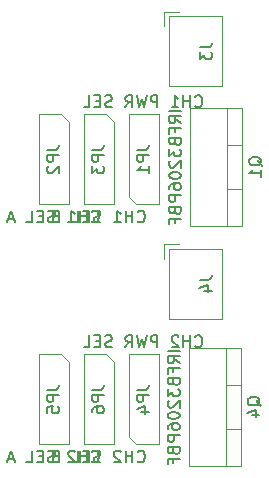
<source format=gbr>
G04 #@! TF.GenerationSoftware,KiCad,Pcbnew,(5.1.9)-1*
G04 #@! TF.CreationDate,2021-11-12T16:09:24-07:00*
G04 #@! TF.ProjectId,ABSIS_Nano_Relay_Module,41425349-535f-44e6-916e-6f5f52656c61,1*
G04 #@! TF.SameCoordinates,Original*
G04 #@! TF.FileFunction,Other,Fab,Bot*
%FSLAX46Y46*%
G04 Gerber Fmt 4.6, Leading zero omitted, Abs format (unit mm)*
G04 Created by KiCad (PCBNEW (5.1.9)-1) date 2021-11-12 16:09:24*
%MOMM*%
%LPD*%
G01*
G04 APERTURE LIST*
%ADD10C,0.100000*%
%ADD11C,0.150000*%
G04 APERTURE END LIST*
D10*
X129260000Y-98255000D02*
X127355000Y-98255000D01*
X127355000Y-98255000D02*
X127355000Y-105875000D01*
X127355000Y-105875000D02*
X129895000Y-105875000D01*
X129895000Y-105875000D02*
X129895000Y-98890000D01*
X129895000Y-98890000D02*
X129260000Y-98255000D01*
X125450000Y-98255000D02*
X123545000Y-98255000D01*
X123545000Y-98255000D02*
X123545000Y-105875000D01*
X123545000Y-105875000D02*
X126085000Y-105875000D01*
X126085000Y-105875000D02*
X126085000Y-98890000D01*
X126085000Y-98890000D02*
X125450000Y-98255000D01*
X129260000Y-77935000D02*
X127355000Y-77935000D01*
X127355000Y-77935000D02*
X127355000Y-85555000D01*
X127355000Y-85555000D02*
X129895000Y-85555000D01*
X129895000Y-85555000D02*
X129895000Y-78570000D01*
X129895000Y-78570000D02*
X129260000Y-77935000D01*
X125450000Y-77935000D02*
X123545000Y-77935000D01*
X123545000Y-77935000D02*
X123545000Y-85555000D01*
X123545000Y-85555000D02*
X126085000Y-85555000D01*
X126085000Y-85555000D02*
X126085000Y-78570000D01*
X126085000Y-78570000D02*
X125450000Y-77935000D01*
X140665000Y-107700000D02*
X136265000Y-107700000D01*
X136265000Y-107700000D02*
X136265000Y-97700000D01*
X136265000Y-97700000D02*
X140665000Y-97700000D01*
X140665000Y-97700000D02*
X140665000Y-107700000D01*
X139395000Y-107700000D02*
X139395000Y-97700000D01*
X140665000Y-104550000D02*
X139395000Y-104550000D01*
X140665000Y-100850000D02*
X139395000Y-100850000D01*
X140792000Y-87380000D02*
X136392000Y-87380000D01*
X136392000Y-87380000D02*
X136392000Y-77380000D01*
X136392000Y-77380000D02*
X140792000Y-77380000D01*
X140792000Y-77380000D02*
X140792000Y-87380000D01*
X139522000Y-87380000D02*
X139522000Y-77380000D01*
X140792000Y-84230000D02*
X139522000Y-84230000D01*
X140792000Y-80530000D02*
X139522000Y-80530000D01*
X131800000Y-105875000D02*
X133705000Y-105875000D01*
X133705000Y-105875000D02*
X133705000Y-98255000D01*
X133705000Y-98255000D02*
X131165000Y-98255000D01*
X131165000Y-98255000D02*
X131165000Y-105240000D01*
X131165000Y-105240000D02*
X131800000Y-105875000D01*
X131800000Y-85555000D02*
X133705000Y-85555000D01*
X133705000Y-85555000D02*
X133705000Y-77935000D01*
X133705000Y-77935000D02*
X131165000Y-77935000D01*
X131165000Y-77935000D02*
X131165000Y-84920000D01*
X131165000Y-84920000D02*
X131800000Y-85555000D01*
X134135000Y-90160000D02*
X134135000Y-88910000D01*
X134135000Y-88910000D02*
X135385000Y-88910000D01*
X134545000Y-89320000D02*
X139045000Y-89320000D01*
X139045000Y-89320000D02*
X139045000Y-95220000D01*
X139045000Y-95220000D02*
X134545000Y-95220000D01*
X134545000Y-95220000D02*
X134545000Y-89320000D01*
X134135000Y-70475000D02*
X134135000Y-69225000D01*
X134135000Y-69225000D02*
X135385000Y-69225000D01*
X134545000Y-69635000D02*
X139045000Y-69635000D01*
X139045000Y-69635000D02*
X139045000Y-75535000D01*
X139045000Y-75535000D02*
X134545000Y-75535000D01*
X134545000Y-75535000D02*
X134545000Y-69635000D01*
D11*
X131910714Y-107292142D02*
X131958333Y-107339761D01*
X132101190Y-107387380D01*
X132196428Y-107387380D01*
X132339285Y-107339761D01*
X132434523Y-107244523D01*
X132482142Y-107149285D01*
X132529761Y-106958809D01*
X132529761Y-106815952D01*
X132482142Y-106625476D01*
X132434523Y-106530238D01*
X132339285Y-106435000D01*
X132196428Y-106387380D01*
X132101190Y-106387380D01*
X131958333Y-106435000D01*
X131910714Y-106482619D01*
X131482142Y-107387380D02*
X131482142Y-106387380D01*
X131482142Y-106863571D02*
X130910714Y-106863571D01*
X130910714Y-107387380D02*
X130910714Y-106387380D01*
X130482142Y-106482619D02*
X130434523Y-106435000D01*
X130339285Y-106387380D01*
X130101190Y-106387380D01*
X130005952Y-106435000D01*
X129958333Y-106482619D01*
X129910714Y-106577857D01*
X129910714Y-106673095D01*
X129958333Y-106815952D01*
X130529761Y-107387380D01*
X129910714Y-107387380D01*
X128767857Y-107339761D02*
X128625000Y-107387380D01*
X128386904Y-107387380D01*
X128291666Y-107339761D01*
X128244047Y-107292142D01*
X128196428Y-107196904D01*
X128196428Y-107101666D01*
X128244047Y-107006428D01*
X128291666Y-106958809D01*
X128386904Y-106911190D01*
X128577380Y-106863571D01*
X128672619Y-106815952D01*
X128720238Y-106768333D01*
X128767857Y-106673095D01*
X128767857Y-106577857D01*
X128720238Y-106482619D01*
X128672619Y-106435000D01*
X128577380Y-106387380D01*
X128339285Y-106387380D01*
X128196428Y-106435000D01*
X127767857Y-106863571D02*
X127434523Y-106863571D01*
X127291666Y-107387380D02*
X127767857Y-107387380D01*
X127767857Y-106387380D01*
X127291666Y-106387380D01*
X126386904Y-107387380D02*
X126863095Y-107387380D01*
X126863095Y-106387380D01*
X124958333Y-106863571D02*
X124815476Y-106911190D01*
X124767857Y-106958809D01*
X124720238Y-107054047D01*
X124720238Y-107196904D01*
X124767857Y-107292142D01*
X124815476Y-107339761D01*
X124910714Y-107387380D01*
X125291666Y-107387380D01*
X125291666Y-106387380D01*
X124958333Y-106387380D01*
X124863095Y-106435000D01*
X124815476Y-106482619D01*
X124767857Y-106577857D01*
X124767857Y-106673095D01*
X124815476Y-106768333D01*
X124863095Y-106815952D01*
X124958333Y-106863571D01*
X125291666Y-106863571D01*
X128077380Y-101231666D02*
X128791666Y-101231666D01*
X128934523Y-101184047D01*
X129029761Y-101088809D01*
X129077380Y-100945952D01*
X129077380Y-100850714D01*
X129077380Y-101707857D02*
X128077380Y-101707857D01*
X128077380Y-102088809D01*
X128125000Y-102184047D01*
X128172619Y-102231666D01*
X128267857Y-102279285D01*
X128410714Y-102279285D01*
X128505952Y-102231666D01*
X128553571Y-102184047D01*
X128601190Y-102088809D01*
X128601190Y-101707857D01*
X128077380Y-103136428D02*
X128077380Y-102945952D01*
X128125000Y-102850714D01*
X128172619Y-102803095D01*
X128315476Y-102707857D01*
X128505952Y-102660238D01*
X128886904Y-102660238D01*
X128982142Y-102707857D01*
X129029761Y-102755476D01*
X129077380Y-102850714D01*
X129077380Y-103041190D01*
X129029761Y-103136428D01*
X128982142Y-103184047D01*
X128886904Y-103231666D01*
X128648809Y-103231666D01*
X128553571Y-103184047D01*
X128505952Y-103136428D01*
X128458333Y-103041190D01*
X128458333Y-102850714D01*
X128505952Y-102755476D01*
X128553571Y-102707857D01*
X128648809Y-102660238D01*
X128029285Y-107292142D02*
X128076904Y-107339761D01*
X128219761Y-107387380D01*
X128315000Y-107387380D01*
X128457857Y-107339761D01*
X128553095Y-107244523D01*
X128600714Y-107149285D01*
X128648333Y-106958809D01*
X128648333Y-106815952D01*
X128600714Y-106625476D01*
X128553095Y-106530238D01*
X128457857Y-106435000D01*
X128315000Y-106387380D01*
X128219761Y-106387380D01*
X128076904Y-106435000D01*
X128029285Y-106482619D01*
X127600714Y-107387380D02*
X127600714Y-106387380D01*
X127600714Y-106863571D02*
X127029285Y-106863571D01*
X127029285Y-107387380D02*
X127029285Y-106387380D01*
X126600714Y-106482619D02*
X126553095Y-106435000D01*
X126457857Y-106387380D01*
X126219761Y-106387380D01*
X126124523Y-106435000D01*
X126076904Y-106482619D01*
X126029285Y-106577857D01*
X126029285Y-106673095D01*
X126076904Y-106815952D01*
X126648333Y-107387380D01*
X126029285Y-107387380D01*
X124886428Y-107339761D02*
X124743571Y-107387380D01*
X124505476Y-107387380D01*
X124410238Y-107339761D01*
X124362619Y-107292142D01*
X124315000Y-107196904D01*
X124315000Y-107101666D01*
X124362619Y-107006428D01*
X124410238Y-106958809D01*
X124505476Y-106911190D01*
X124695952Y-106863571D01*
X124791190Y-106815952D01*
X124838809Y-106768333D01*
X124886428Y-106673095D01*
X124886428Y-106577857D01*
X124838809Y-106482619D01*
X124791190Y-106435000D01*
X124695952Y-106387380D01*
X124457857Y-106387380D01*
X124315000Y-106435000D01*
X123886428Y-106863571D02*
X123553095Y-106863571D01*
X123410238Y-107387380D02*
X123886428Y-107387380D01*
X123886428Y-106387380D01*
X123410238Y-106387380D01*
X122505476Y-107387380D02*
X122981666Y-107387380D01*
X122981666Y-106387380D01*
X121457857Y-107101666D02*
X120981666Y-107101666D01*
X121553095Y-107387380D02*
X121219761Y-106387380D01*
X120886428Y-107387380D01*
X124267380Y-101231666D02*
X124981666Y-101231666D01*
X125124523Y-101184047D01*
X125219761Y-101088809D01*
X125267380Y-100945952D01*
X125267380Y-100850714D01*
X125267380Y-101707857D02*
X124267380Y-101707857D01*
X124267380Y-102088809D01*
X124315000Y-102184047D01*
X124362619Y-102231666D01*
X124457857Y-102279285D01*
X124600714Y-102279285D01*
X124695952Y-102231666D01*
X124743571Y-102184047D01*
X124791190Y-102088809D01*
X124791190Y-101707857D01*
X124267380Y-103184047D02*
X124267380Y-102707857D01*
X124743571Y-102660238D01*
X124695952Y-102707857D01*
X124648333Y-102803095D01*
X124648333Y-103041190D01*
X124695952Y-103136428D01*
X124743571Y-103184047D01*
X124838809Y-103231666D01*
X125076904Y-103231666D01*
X125172142Y-103184047D01*
X125219761Y-103136428D01*
X125267380Y-103041190D01*
X125267380Y-102803095D01*
X125219761Y-102707857D01*
X125172142Y-102660238D01*
X131910714Y-86972142D02*
X131958333Y-87019761D01*
X132101190Y-87067380D01*
X132196428Y-87067380D01*
X132339285Y-87019761D01*
X132434523Y-86924523D01*
X132482142Y-86829285D01*
X132529761Y-86638809D01*
X132529761Y-86495952D01*
X132482142Y-86305476D01*
X132434523Y-86210238D01*
X132339285Y-86115000D01*
X132196428Y-86067380D01*
X132101190Y-86067380D01*
X131958333Y-86115000D01*
X131910714Y-86162619D01*
X131482142Y-87067380D02*
X131482142Y-86067380D01*
X131482142Y-86543571D02*
X130910714Y-86543571D01*
X130910714Y-87067380D02*
X130910714Y-86067380D01*
X129910714Y-87067380D02*
X130482142Y-87067380D01*
X130196428Y-87067380D02*
X130196428Y-86067380D01*
X130291666Y-86210238D01*
X130386904Y-86305476D01*
X130482142Y-86353095D01*
X128767857Y-87019761D02*
X128625000Y-87067380D01*
X128386904Y-87067380D01*
X128291666Y-87019761D01*
X128244047Y-86972142D01*
X128196428Y-86876904D01*
X128196428Y-86781666D01*
X128244047Y-86686428D01*
X128291666Y-86638809D01*
X128386904Y-86591190D01*
X128577380Y-86543571D01*
X128672619Y-86495952D01*
X128720238Y-86448333D01*
X128767857Y-86353095D01*
X128767857Y-86257857D01*
X128720238Y-86162619D01*
X128672619Y-86115000D01*
X128577380Y-86067380D01*
X128339285Y-86067380D01*
X128196428Y-86115000D01*
X127767857Y-86543571D02*
X127434523Y-86543571D01*
X127291666Y-87067380D02*
X127767857Y-87067380D01*
X127767857Y-86067380D01*
X127291666Y-86067380D01*
X126386904Y-87067380D02*
X126863095Y-87067380D01*
X126863095Y-86067380D01*
X124958333Y-86543571D02*
X124815476Y-86591190D01*
X124767857Y-86638809D01*
X124720238Y-86734047D01*
X124720238Y-86876904D01*
X124767857Y-86972142D01*
X124815476Y-87019761D01*
X124910714Y-87067380D01*
X125291666Y-87067380D01*
X125291666Y-86067380D01*
X124958333Y-86067380D01*
X124863095Y-86115000D01*
X124815476Y-86162619D01*
X124767857Y-86257857D01*
X124767857Y-86353095D01*
X124815476Y-86448333D01*
X124863095Y-86495952D01*
X124958333Y-86543571D01*
X125291666Y-86543571D01*
X128077380Y-80911666D02*
X128791666Y-80911666D01*
X128934523Y-80864047D01*
X129029761Y-80768809D01*
X129077380Y-80625952D01*
X129077380Y-80530714D01*
X129077380Y-81387857D02*
X128077380Y-81387857D01*
X128077380Y-81768809D01*
X128125000Y-81864047D01*
X128172619Y-81911666D01*
X128267857Y-81959285D01*
X128410714Y-81959285D01*
X128505952Y-81911666D01*
X128553571Y-81864047D01*
X128601190Y-81768809D01*
X128601190Y-81387857D01*
X128077380Y-82292619D02*
X128077380Y-82911666D01*
X128458333Y-82578333D01*
X128458333Y-82721190D01*
X128505952Y-82816428D01*
X128553571Y-82864047D01*
X128648809Y-82911666D01*
X128886904Y-82911666D01*
X128982142Y-82864047D01*
X129029761Y-82816428D01*
X129077380Y-82721190D01*
X129077380Y-82435476D01*
X129029761Y-82340238D01*
X128982142Y-82292619D01*
X128029285Y-86972142D02*
X128076904Y-87019761D01*
X128219761Y-87067380D01*
X128315000Y-87067380D01*
X128457857Y-87019761D01*
X128553095Y-86924523D01*
X128600714Y-86829285D01*
X128648333Y-86638809D01*
X128648333Y-86495952D01*
X128600714Y-86305476D01*
X128553095Y-86210238D01*
X128457857Y-86115000D01*
X128315000Y-86067380D01*
X128219761Y-86067380D01*
X128076904Y-86115000D01*
X128029285Y-86162619D01*
X127600714Y-87067380D02*
X127600714Y-86067380D01*
X127600714Y-86543571D02*
X127029285Y-86543571D01*
X127029285Y-87067380D02*
X127029285Y-86067380D01*
X126029285Y-87067380D02*
X126600714Y-87067380D01*
X126315000Y-87067380D02*
X126315000Y-86067380D01*
X126410238Y-86210238D01*
X126505476Y-86305476D01*
X126600714Y-86353095D01*
X124886428Y-87019761D02*
X124743571Y-87067380D01*
X124505476Y-87067380D01*
X124410238Y-87019761D01*
X124362619Y-86972142D01*
X124315000Y-86876904D01*
X124315000Y-86781666D01*
X124362619Y-86686428D01*
X124410238Y-86638809D01*
X124505476Y-86591190D01*
X124695952Y-86543571D01*
X124791190Y-86495952D01*
X124838809Y-86448333D01*
X124886428Y-86353095D01*
X124886428Y-86257857D01*
X124838809Y-86162619D01*
X124791190Y-86115000D01*
X124695952Y-86067380D01*
X124457857Y-86067380D01*
X124315000Y-86115000D01*
X123886428Y-86543571D02*
X123553095Y-86543571D01*
X123410238Y-87067380D02*
X123886428Y-87067380D01*
X123886428Y-86067380D01*
X123410238Y-86067380D01*
X122505476Y-87067380D02*
X122981666Y-87067380D01*
X122981666Y-86067380D01*
X121457857Y-86781666D02*
X120981666Y-86781666D01*
X121553095Y-87067380D02*
X121219761Y-86067380D01*
X120886428Y-87067380D01*
X124267380Y-80911666D02*
X124981666Y-80911666D01*
X125124523Y-80864047D01*
X125219761Y-80768809D01*
X125267380Y-80625952D01*
X125267380Y-80530714D01*
X125267380Y-81387857D02*
X124267380Y-81387857D01*
X124267380Y-81768809D01*
X124315000Y-81864047D01*
X124362619Y-81911666D01*
X124457857Y-81959285D01*
X124600714Y-81959285D01*
X124695952Y-81911666D01*
X124743571Y-81864047D01*
X124791190Y-81768809D01*
X124791190Y-81387857D01*
X124362619Y-82340238D02*
X124315000Y-82387857D01*
X124267380Y-82483095D01*
X124267380Y-82721190D01*
X124315000Y-82816428D01*
X124362619Y-82864047D01*
X124457857Y-82911666D01*
X124553095Y-82911666D01*
X124695952Y-82864047D01*
X125267380Y-82292619D01*
X125267380Y-82911666D01*
X135467380Y-97938095D02*
X134467380Y-97938095D01*
X135467380Y-98985714D02*
X134991190Y-98652380D01*
X135467380Y-98414285D02*
X134467380Y-98414285D01*
X134467380Y-98795238D01*
X134515000Y-98890476D01*
X134562619Y-98938095D01*
X134657857Y-98985714D01*
X134800714Y-98985714D01*
X134895952Y-98938095D01*
X134943571Y-98890476D01*
X134991190Y-98795238D01*
X134991190Y-98414285D01*
X134943571Y-99747619D02*
X134943571Y-99414285D01*
X135467380Y-99414285D02*
X134467380Y-99414285D01*
X134467380Y-99890476D01*
X134943571Y-100604761D02*
X134991190Y-100747619D01*
X135038809Y-100795238D01*
X135134047Y-100842857D01*
X135276904Y-100842857D01*
X135372142Y-100795238D01*
X135419761Y-100747619D01*
X135467380Y-100652380D01*
X135467380Y-100271428D01*
X134467380Y-100271428D01*
X134467380Y-100604761D01*
X134515000Y-100700000D01*
X134562619Y-100747619D01*
X134657857Y-100795238D01*
X134753095Y-100795238D01*
X134848333Y-100747619D01*
X134895952Y-100700000D01*
X134943571Y-100604761D01*
X134943571Y-100271428D01*
X134467380Y-101176190D02*
X134467380Y-101795238D01*
X134848333Y-101461904D01*
X134848333Y-101604761D01*
X134895952Y-101700000D01*
X134943571Y-101747619D01*
X135038809Y-101795238D01*
X135276904Y-101795238D01*
X135372142Y-101747619D01*
X135419761Y-101700000D01*
X135467380Y-101604761D01*
X135467380Y-101319047D01*
X135419761Y-101223809D01*
X135372142Y-101176190D01*
X134562619Y-102176190D02*
X134515000Y-102223809D01*
X134467380Y-102319047D01*
X134467380Y-102557142D01*
X134515000Y-102652380D01*
X134562619Y-102700000D01*
X134657857Y-102747619D01*
X134753095Y-102747619D01*
X134895952Y-102700000D01*
X135467380Y-102128571D01*
X135467380Y-102747619D01*
X134467380Y-103366666D02*
X134467380Y-103461904D01*
X134515000Y-103557142D01*
X134562619Y-103604761D01*
X134657857Y-103652380D01*
X134848333Y-103700000D01*
X135086428Y-103700000D01*
X135276904Y-103652380D01*
X135372142Y-103604761D01*
X135419761Y-103557142D01*
X135467380Y-103461904D01*
X135467380Y-103366666D01*
X135419761Y-103271428D01*
X135372142Y-103223809D01*
X135276904Y-103176190D01*
X135086428Y-103128571D01*
X134848333Y-103128571D01*
X134657857Y-103176190D01*
X134562619Y-103223809D01*
X134515000Y-103271428D01*
X134467380Y-103366666D01*
X134467380Y-104557142D02*
X134467380Y-104366666D01*
X134515000Y-104271428D01*
X134562619Y-104223809D01*
X134705476Y-104128571D01*
X134895952Y-104080952D01*
X135276904Y-104080952D01*
X135372142Y-104128571D01*
X135419761Y-104176190D01*
X135467380Y-104271428D01*
X135467380Y-104461904D01*
X135419761Y-104557142D01*
X135372142Y-104604761D01*
X135276904Y-104652380D01*
X135038809Y-104652380D01*
X134943571Y-104604761D01*
X134895952Y-104557142D01*
X134848333Y-104461904D01*
X134848333Y-104271428D01*
X134895952Y-104176190D01*
X134943571Y-104128571D01*
X135038809Y-104080952D01*
X135467380Y-105080952D02*
X134467380Y-105080952D01*
X134467380Y-105461904D01*
X134515000Y-105557142D01*
X134562619Y-105604761D01*
X134657857Y-105652380D01*
X134800714Y-105652380D01*
X134895952Y-105604761D01*
X134943571Y-105557142D01*
X134991190Y-105461904D01*
X134991190Y-105080952D01*
X134943571Y-106414285D02*
X134991190Y-106557142D01*
X135038809Y-106604761D01*
X135134047Y-106652380D01*
X135276904Y-106652380D01*
X135372142Y-106604761D01*
X135419761Y-106557142D01*
X135467380Y-106461904D01*
X135467380Y-106080952D01*
X134467380Y-106080952D01*
X134467380Y-106414285D01*
X134515000Y-106509523D01*
X134562619Y-106557142D01*
X134657857Y-106604761D01*
X134753095Y-106604761D01*
X134848333Y-106557142D01*
X134895952Y-106509523D01*
X134943571Y-106414285D01*
X134943571Y-106080952D01*
X134943571Y-107414285D02*
X134943571Y-107080952D01*
X135467380Y-107080952D02*
X134467380Y-107080952D01*
X134467380Y-107557142D01*
X142332619Y-102604761D02*
X142285000Y-102509523D01*
X142189761Y-102414285D01*
X142046904Y-102271428D01*
X141999285Y-102176190D01*
X141999285Y-102080952D01*
X142237380Y-102128571D02*
X142189761Y-102033333D01*
X142094523Y-101938095D01*
X141904047Y-101890476D01*
X141570714Y-101890476D01*
X141380238Y-101938095D01*
X141285000Y-102033333D01*
X141237380Y-102128571D01*
X141237380Y-102319047D01*
X141285000Y-102414285D01*
X141380238Y-102509523D01*
X141570714Y-102557142D01*
X141904047Y-102557142D01*
X142094523Y-102509523D01*
X142189761Y-102414285D01*
X142237380Y-102319047D01*
X142237380Y-102128571D01*
X141570714Y-103414285D02*
X142237380Y-103414285D01*
X141189761Y-103176190D02*
X141904047Y-102938095D01*
X141904047Y-103557142D01*
X135594380Y-77618095D02*
X134594380Y-77618095D01*
X135594380Y-78665714D02*
X135118190Y-78332380D01*
X135594380Y-78094285D02*
X134594380Y-78094285D01*
X134594380Y-78475238D01*
X134642000Y-78570476D01*
X134689619Y-78618095D01*
X134784857Y-78665714D01*
X134927714Y-78665714D01*
X135022952Y-78618095D01*
X135070571Y-78570476D01*
X135118190Y-78475238D01*
X135118190Y-78094285D01*
X135070571Y-79427619D02*
X135070571Y-79094285D01*
X135594380Y-79094285D02*
X134594380Y-79094285D01*
X134594380Y-79570476D01*
X135070571Y-80284761D02*
X135118190Y-80427619D01*
X135165809Y-80475238D01*
X135261047Y-80522857D01*
X135403904Y-80522857D01*
X135499142Y-80475238D01*
X135546761Y-80427619D01*
X135594380Y-80332380D01*
X135594380Y-79951428D01*
X134594380Y-79951428D01*
X134594380Y-80284761D01*
X134642000Y-80380000D01*
X134689619Y-80427619D01*
X134784857Y-80475238D01*
X134880095Y-80475238D01*
X134975333Y-80427619D01*
X135022952Y-80380000D01*
X135070571Y-80284761D01*
X135070571Y-79951428D01*
X134594380Y-80856190D02*
X134594380Y-81475238D01*
X134975333Y-81141904D01*
X134975333Y-81284761D01*
X135022952Y-81380000D01*
X135070571Y-81427619D01*
X135165809Y-81475238D01*
X135403904Y-81475238D01*
X135499142Y-81427619D01*
X135546761Y-81380000D01*
X135594380Y-81284761D01*
X135594380Y-80999047D01*
X135546761Y-80903809D01*
X135499142Y-80856190D01*
X134689619Y-81856190D02*
X134642000Y-81903809D01*
X134594380Y-81999047D01*
X134594380Y-82237142D01*
X134642000Y-82332380D01*
X134689619Y-82380000D01*
X134784857Y-82427619D01*
X134880095Y-82427619D01*
X135022952Y-82380000D01*
X135594380Y-81808571D01*
X135594380Y-82427619D01*
X134594380Y-83046666D02*
X134594380Y-83141904D01*
X134642000Y-83237142D01*
X134689619Y-83284761D01*
X134784857Y-83332380D01*
X134975333Y-83380000D01*
X135213428Y-83380000D01*
X135403904Y-83332380D01*
X135499142Y-83284761D01*
X135546761Y-83237142D01*
X135594380Y-83141904D01*
X135594380Y-83046666D01*
X135546761Y-82951428D01*
X135499142Y-82903809D01*
X135403904Y-82856190D01*
X135213428Y-82808571D01*
X134975333Y-82808571D01*
X134784857Y-82856190D01*
X134689619Y-82903809D01*
X134642000Y-82951428D01*
X134594380Y-83046666D01*
X134594380Y-84237142D02*
X134594380Y-84046666D01*
X134642000Y-83951428D01*
X134689619Y-83903809D01*
X134832476Y-83808571D01*
X135022952Y-83760952D01*
X135403904Y-83760952D01*
X135499142Y-83808571D01*
X135546761Y-83856190D01*
X135594380Y-83951428D01*
X135594380Y-84141904D01*
X135546761Y-84237142D01*
X135499142Y-84284761D01*
X135403904Y-84332380D01*
X135165809Y-84332380D01*
X135070571Y-84284761D01*
X135022952Y-84237142D01*
X134975333Y-84141904D01*
X134975333Y-83951428D01*
X135022952Y-83856190D01*
X135070571Y-83808571D01*
X135165809Y-83760952D01*
X135594380Y-84760952D02*
X134594380Y-84760952D01*
X134594380Y-85141904D01*
X134642000Y-85237142D01*
X134689619Y-85284761D01*
X134784857Y-85332380D01*
X134927714Y-85332380D01*
X135022952Y-85284761D01*
X135070571Y-85237142D01*
X135118190Y-85141904D01*
X135118190Y-84760952D01*
X135070571Y-86094285D02*
X135118190Y-86237142D01*
X135165809Y-86284761D01*
X135261047Y-86332380D01*
X135403904Y-86332380D01*
X135499142Y-86284761D01*
X135546761Y-86237142D01*
X135594380Y-86141904D01*
X135594380Y-85760952D01*
X134594380Y-85760952D01*
X134594380Y-86094285D01*
X134642000Y-86189523D01*
X134689619Y-86237142D01*
X134784857Y-86284761D01*
X134880095Y-86284761D01*
X134975333Y-86237142D01*
X135022952Y-86189523D01*
X135070571Y-86094285D01*
X135070571Y-85760952D01*
X135070571Y-87094285D02*
X135070571Y-86760952D01*
X135594380Y-86760952D02*
X134594380Y-86760952D01*
X134594380Y-87237142D01*
X142459619Y-82284761D02*
X142412000Y-82189523D01*
X142316761Y-82094285D01*
X142173904Y-81951428D01*
X142126285Y-81856190D01*
X142126285Y-81760952D01*
X142364380Y-81808571D02*
X142316761Y-81713333D01*
X142221523Y-81618095D01*
X142031047Y-81570476D01*
X141697714Y-81570476D01*
X141507238Y-81618095D01*
X141412000Y-81713333D01*
X141364380Y-81808571D01*
X141364380Y-81999047D01*
X141412000Y-82094285D01*
X141507238Y-82189523D01*
X141697714Y-82237142D01*
X142031047Y-82237142D01*
X142221523Y-82189523D01*
X142316761Y-82094285D01*
X142364380Y-81999047D01*
X142364380Y-81808571D01*
X142364380Y-83189523D02*
X142364380Y-82618095D01*
X142364380Y-82903809D02*
X141364380Y-82903809D01*
X141507238Y-82808571D01*
X141602476Y-82713333D01*
X141650095Y-82618095D01*
X136792142Y-97552142D02*
X136839761Y-97599761D01*
X136982619Y-97647380D01*
X137077857Y-97647380D01*
X137220714Y-97599761D01*
X137315952Y-97504523D01*
X137363571Y-97409285D01*
X137411190Y-97218809D01*
X137411190Y-97075952D01*
X137363571Y-96885476D01*
X137315952Y-96790238D01*
X137220714Y-96695000D01*
X137077857Y-96647380D01*
X136982619Y-96647380D01*
X136839761Y-96695000D01*
X136792142Y-96742619D01*
X136363571Y-97647380D02*
X136363571Y-96647380D01*
X136363571Y-97123571D02*
X135792142Y-97123571D01*
X135792142Y-97647380D02*
X135792142Y-96647380D01*
X135363571Y-96742619D02*
X135315952Y-96695000D01*
X135220714Y-96647380D01*
X134982619Y-96647380D01*
X134887380Y-96695000D01*
X134839761Y-96742619D01*
X134792142Y-96837857D01*
X134792142Y-96933095D01*
X134839761Y-97075952D01*
X135411190Y-97647380D01*
X134792142Y-97647380D01*
X133601666Y-97647380D02*
X133601666Y-96647380D01*
X133220714Y-96647380D01*
X133125476Y-96695000D01*
X133077857Y-96742619D01*
X133030238Y-96837857D01*
X133030238Y-96980714D01*
X133077857Y-97075952D01*
X133125476Y-97123571D01*
X133220714Y-97171190D01*
X133601666Y-97171190D01*
X132696904Y-96647380D02*
X132458809Y-97647380D01*
X132268333Y-96933095D01*
X132077857Y-97647380D01*
X131839761Y-96647380D01*
X130887380Y-97647380D02*
X131220714Y-97171190D01*
X131458809Y-97647380D02*
X131458809Y-96647380D01*
X131077857Y-96647380D01*
X130982619Y-96695000D01*
X130935000Y-96742619D01*
X130887380Y-96837857D01*
X130887380Y-96980714D01*
X130935000Y-97075952D01*
X130982619Y-97123571D01*
X131077857Y-97171190D01*
X131458809Y-97171190D01*
X129744523Y-97599761D02*
X129601666Y-97647380D01*
X129363571Y-97647380D01*
X129268333Y-97599761D01*
X129220714Y-97552142D01*
X129173095Y-97456904D01*
X129173095Y-97361666D01*
X129220714Y-97266428D01*
X129268333Y-97218809D01*
X129363571Y-97171190D01*
X129554047Y-97123571D01*
X129649285Y-97075952D01*
X129696904Y-97028333D01*
X129744523Y-96933095D01*
X129744523Y-96837857D01*
X129696904Y-96742619D01*
X129649285Y-96695000D01*
X129554047Y-96647380D01*
X129315952Y-96647380D01*
X129173095Y-96695000D01*
X128744523Y-97123571D02*
X128411190Y-97123571D01*
X128268333Y-97647380D02*
X128744523Y-97647380D01*
X128744523Y-96647380D01*
X128268333Y-96647380D01*
X127363571Y-97647380D02*
X127839761Y-97647380D01*
X127839761Y-96647380D01*
X131887380Y-101231666D02*
X132601666Y-101231666D01*
X132744523Y-101184047D01*
X132839761Y-101088809D01*
X132887380Y-100945952D01*
X132887380Y-100850714D01*
X132887380Y-101707857D02*
X131887380Y-101707857D01*
X131887380Y-102088809D01*
X131935000Y-102184047D01*
X131982619Y-102231666D01*
X132077857Y-102279285D01*
X132220714Y-102279285D01*
X132315952Y-102231666D01*
X132363571Y-102184047D01*
X132411190Y-102088809D01*
X132411190Y-101707857D01*
X132220714Y-103136428D02*
X132887380Y-103136428D01*
X131839761Y-102898333D02*
X132554047Y-102660238D01*
X132554047Y-103279285D01*
X136792142Y-77232142D02*
X136839761Y-77279761D01*
X136982619Y-77327380D01*
X137077857Y-77327380D01*
X137220714Y-77279761D01*
X137315952Y-77184523D01*
X137363571Y-77089285D01*
X137411190Y-76898809D01*
X137411190Y-76755952D01*
X137363571Y-76565476D01*
X137315952Y-76470238D01*
X137220714Y-76375000D01*
X137077857Y-76327380D01*
X136982619Y-76327380D01*
X136839761Y-76375000D01*
X136792142Y-76422619D01*
X136363571Y-77327380D02*
X136363571Y-76327380D01*
X136363571Y-76803571D02*
X135792142Y-76803571D01*
X135792142Y-77327380D02*
X135792142Y-76327380D01*
X134792142Y-77327380D02*
X135363571Y-77327380D01*
X135077857Y-77327380D02*
X135077857Y-76327380D01*
X135173095Y-76470238D01*
X135268333Y-76565476D01*
X135363571Y-76613095D01*
X133601666Y-77327380D02*
X133601666Y-76327380D01*
X133220714Y-76327380D01*
X133125476Y-76375000D01*
X133077857Y-76422619D01*
X133030238Y-76517857D01*
X133030238Y-76660714D01*
X133077857Y-76755952D01*
X133125476Y-76803571D01*
X133220714Y-76851190D01*
X133601666Y-76851190D01*
X132696904Y-76327380D02*
X132458809Y-77327380D01*
X132268333Y-76613095D01*
X132077857Y-77327380D01*
X131839761Y-76327380D01*
X130887380Y-77327380D02*
X131220714Y-76851190D01*
X131458809Y-77327380D02*
X131458809Y-76327380D01*
X131077857Y-76327380D01*
X130982619Y-76375000D01*
X130935000Y-76422619D01*
X130887380Y-76517857D01*
X130887380Y-76660714D01*
X130935000Y-76755952D01*
X130982619Y-76803571D01*
X131077857Y-76851190D01*
X131458809Y-76851190D01*
X129744523Y-77279761D02*
X129601666Y-77327380D01*
X129363571Y-77327380D01*
X129268333Y-77279761D01*
X129220714Y-77232142D01*
X129173095Y-77136904D01*
X129173095Y-77041666D01*
X129220714Y-76946428D01*
X129268333Y-76898809D01*
X129363571Y-76851190D01*
X129554047Y-76803571D01*
X129649285Y-76755952D01*
X129696904Y-76708333D01*
X129744523Y-76613095D01*
X129744523Y-76517857D01*
X129696904Y-76422619D01*
X129649285Y-76375000D01*
X129554047Y-76327380D01*
X129315952Y-76327380D01*
X129173095Y-76375000D01*
X128744523Y-76803571D02*
X128411190Y-76803571D01*
X128268333Y-77327380D02*
X128744523Y-77327380D01*
X128744523Y-76327380D01*
X128268333Y-76327380D01*
X127363571Y-77327380D02*
X127839761Y-77327380D01*
X127839761Y-76327380D01*
X131887380Y-80911666D02*
X132601666Y-80911666D01*
X132744523Y-80864047D01*
X132839761Y-80768809D01*
X132887380Y-80625952D01*
X132887380Y-80530714D01*
X132887380Y-81387857D02*
X131887380Y-81387857D01*
X131887380Y-81768809D01*
X131935000Y-81864047D01*
X131982619Y-81911666D01*
X132077857Y-81959285D01*
X132220714Y-81959285D01*
X132315952Y-81911666D01*
X132363571Y-81864047D01*
X132411190Y-81768809D01*
X132411190Y-81387857D01*
X132887380Y-82911666D02*
X132887380Y-82340238D01*
X132887380Y-82625952D02*
X131887380Y-82625952D01*
X132030238Y-82530714D01*
X132125476Y-82435476D01*
X132173095Y-82340238D01*
X137197380Y-91936666D02*
X137911666Y-91936666D01*
X138054523Y-91889047D01*
X138149761Y-91793809D01*
X138197380Y-91650952D01*
X138197380Y-91555714D01*
X137530714Y-92841428D02*
X138197380Y-92841428D01*
X137149761Y-92603333D02*
X137864047Y-92365238D01*
X137864047Y-92984285D01*
X137197380Y-72251666D02*
X137911666Y-72251666D01*
X138054523Y-72204047D01*
X138149761Y-72108809D01*
X138197380Y-71965952D01*
X138197380Y-71870714D01*
X137197380Y-72632619D02*
X137197380Y-73251666D01*
X137578333Y-72918333D01*
X137578333Y-73061190D01*
X137625952Y-73156428D01*
X137673571Y-73204047D01*
X137768809Y-73251666D01*
X138006904Y-73251666D01*
X138102142Y-73204047D01*
X138149761Y-73156428D01*
X138197380Y-73061190D01*
X138197380Y-72775476D01*
X138149761Y-72680238D01*
X138102142Y-72632619D01*
M02*

</source>
